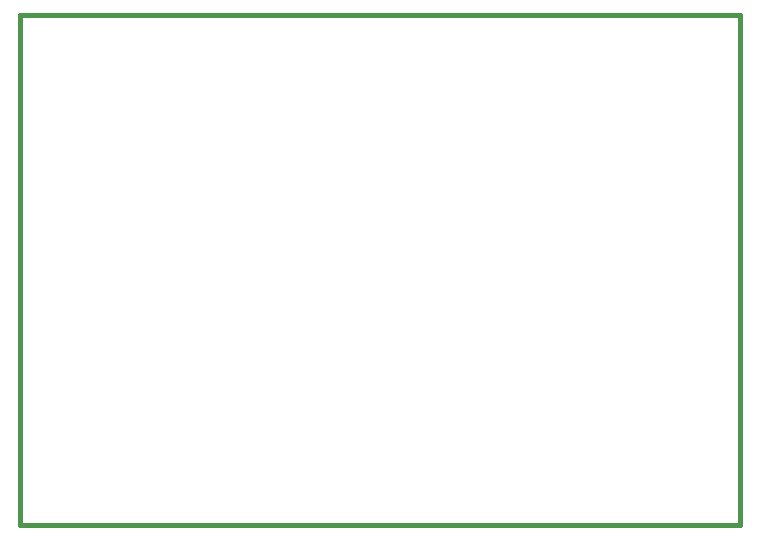
<source format=gbr>
G04 (created by PCBNEW (2013-may-18)-stable) date Tue Apr 15 11:28:34 2014*
%MOIN*%
G04 Gerber Fmt 3.4, Leading zero omitted, Abs format*
%FSLAX34Y34*%
G01*
G70*
G90*
G04 APERTURE LIST*
%ADD10C,0.00590551*%
%ADD11C,0.015*%
G04 APERTURE END LIST*
G54D10*
G54D11*
X35500Y-42500D02*
G75*
G03X35500Y-42500I0J0D01*
G74*
G01*
X35499Y-42500D02*
X35500Y-42500D01*
X35500Y-42499D02*
X35500Y-42500D01*
X59500Y-42500D02*
X35500Y-42500D01*
X59500Y-25500D02*
X59500Y-42500D01*
X35500Y-25500D02*
X59500Y-25500D01*
X35500Y-42500D02*
X35500Y-25500D01*
M02*

</source>
